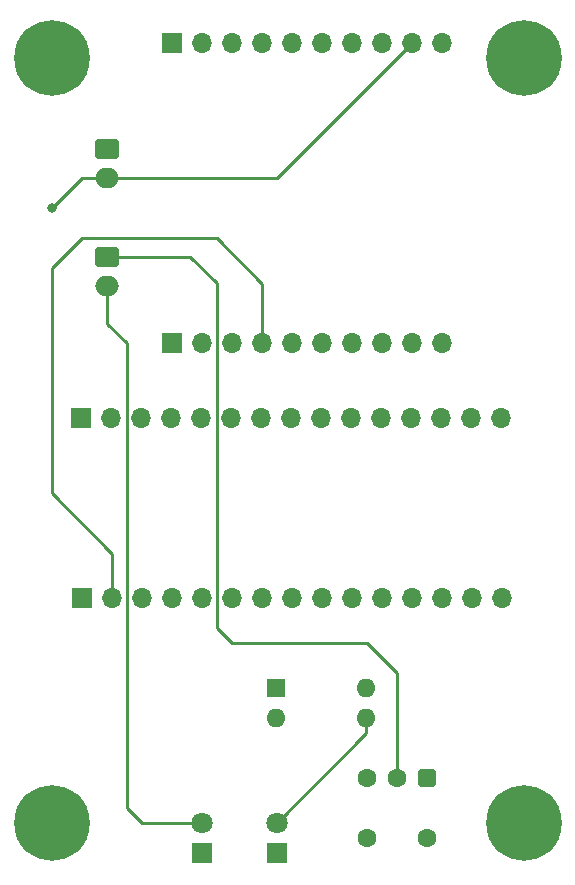
<source format=gbr>
%TF.GenerationSoftware,KiCad,Pcbnew,(6.0.8)*%
%TF.CreationDate,2022-10-07T14:53:03+09:00*%
%TF.ProjectId,Receiver,52656365-6976-4657-922e-6b696361645f,rev?*%
%TF.SameCoordinates,Original*%
%TF.FileFunction,Copper,L2,Bot*%
%TF.FilePolarity,Positive*%
%FSLAX46Y46*%
G04 Gerber Fmt 4.6, Leading zero omitted, Abs format (unit mm)*
G04 Created by KiCad (PCBNEW (6.0.8)) date 2022-10-07 14:53:03*
%MOMM*%
%LPD*%
G01*
G04 APERTURE LIST*
G04 Aperture macros list*
%AMRoundRect*
0 Rectangle with rounded corners*
0 $1 Rounding radius*
0 $2 $3 $4 $5 $6 $7 $8 $9 X,Y pos of 4 corners*
0 Add a 4 corners polygon primitive as box body*
4,1,4,$2,$3,$4,$5,$6,$7,$8,$9,$2,$3,0*
0 Add four circle primitives for the rounded corners*
1,1,$1+$1,$2,$3*
1,1,$1+$1,$4,$5*
1,1,$1+$1,$6,$7*
1,1,$1+$1,$8,$9*
0 Add four rect primitives between the rounded corners*
20,1,$1+$1,$2,$3,$4,$5,0*
20,1,$1+$1,$4,$5,$6,$7,0*
20,1,$1+$1,$6,$7,$8,$9,0*
20,1,$1+$1,$8,$9,$2,$3,0*%
G04 Aperture macros list end*
%TA.AperFunction,ComponentPad*%
%ADD10C,0.800000*%
%TD*%
%TA.AperFunction,ComponentPad*%
%ADD11C,6.400000*%
%TD*%
%TA.AperFunction,ComponentPad*%
%ADD12R,1.700000X1.700000*%
%TD*%
%TA.AperFunction,ComponentPad*%
%ADD13O,1.700000X1.700000*%
%TD*%
%TA.AperFunction,ComponentPad*%
%ADD14RoundRect,0.250000X-0.750000X0.600000X-0.750000X-0.600000X0.750000X-0.600000X0.750000X0.600000X0*%
%TD*%
%TA.AperFunction,ComponentPad*%
%ADD15O,2.000000X1.700000*%
%TD*%
%TA.AperFunction,ComponentPad*%
%ADD16R,1.800000X1.800000*%
%TD*%
%TA.AperFunction,ComponentPad*%
%ADD17C,1.800000*%
%TD*%
%TA.AperFunction,ComponentPad*%
%ADD18R,1.600000X1.600000*%
%TD*%
%TA.AperFunction,ComponentPad*%
%ADD19O,1.600000X1.600000*%
%TD*%
%TA.AperFunction,ComponentPad*%
%ADD20C,1.600000*%
%TD*%
%TA.AperFunction,ComponentPad*%
%ADD21RoundRect,0.400000X0.400000X-0.400000X0.400000X0.400000X-0.400000X0.400000X-0.400000X-0.400000X0*%
%TD*%
%TA.AperFunction,ViaPad*%
%ADD22C,0.800000*%
%TD*%
%TA.AperFunction,Conductor*%
%ADD23C,0.250000*%
%TD*%
G04 APERTURE END LIST*
D10*
%TO.P,H1,1*%
%TO.N,N/C*%
X86787056Y-85517056D03*
X85090000Y-86220000D03*
X83392944Y-82122944D03*
X86787056Y-82122944D03*
X85090000Y-81420000D03*
D11*
X85090000Y-83820000D03*
D10*
X82690000Y-83820000D03*
X87490000Y-83820000D03*
X83392944Y-85517056D03*
%TD*%
%TO.P,H3,1*%
%TO.N,N/C*%
X125095000Y-146190000D03*
X126792056Y-146892944D03*
X123397944Y-150287056D03*
X125095000Y-150990000D03*
X123397944Y-146892944D03*
D11*
X125095000Y-148590000D03*
D10*
X122695000Y-148590000D03*
X126792056Y-150287056D03*
X127495000Y-148590000D03*
%TD*%
%TO.P,H4,1*%
%TO.N,N/C*%
X125095000Y-81420000D03*
X123397944Y-85517056D03*
X126792056Y-82122944D03*
D11*
X125095000Y-83820000D03*
D10*
X126792056Y-85517056D03*
X125095000Y-86220000D03*
X122695000Y-83820000D03*
X127495000Y-83820000D03*
X123397944Y-82122944D03*
%TD*%
D11*
%TO.P,H2,1*%
%TO.N,N/C*%
X85090000Y-148590000D03*
D10*
X86787056Y-146892944D03*
X83392944Y-146892944D03*
X83392944Y-150287056D03*
X85090000Y-146190000D03*
X86787056Y-150287056D03*
X87490000Y-148590000D03*
X85090000Y-150990000D03*
X82690000Y-148590000D03*
%TD*%
D12*
%TO.P,J4,1*%
%TO.N,Net-(J4-Pad1)*%
X95280000Y-82525000D03*
D13*
%TO.P,J4,2*%
%TO.N,Net-(J4-Pad2)*%
X97820000Y-82525000D03*
%TO.P,J4,3*%
%TO.N,TX*%
X100360000Y-82525000D03*
%TO.P,J4,4*%
%TO.N,Net-(J4-Pad4)*%
X102900000Y-82525000D03*
%TO.P,J4,5*%
%TO.N,Net-(J4-Pad5)*%
X105440000Y-82525000D03*
%TO.P,J4,6*%
%TO.N,Net-(J4-Pad6)*%
X107980000Y-82525000D03*
%TO.P,J4,7*%
%TO.N,Net-(J4-Pad7)*%
X110520000Y-82525000D03*
%TO.P,J4,8*%
%TO.N,Net-(J4-Pad8)*%
X113060000Y-82525000D03*
%TO.P,J4,9*%
%TO.N,GND*%
X115600000Y-82525000D03*
%TO.P,J4,10*%
%TO.N,Net-(J4-Pad10)*%
X118140000Y-82525000D03*
%TD*%
D12*
%TO.P,J1,1*%
%TO.N,TX*%
X87660000Y-129515000D03*
D13*
%TO.P,J1,2*%
%TO.N,RX*%
X90200000Y-129515000D03*
%TO.P,J1,3*%
%TO.N,Net-(J1-Pad3)*%
X92740000Y-129515000D03*
%TO.P,J1,4*%
%TO.N,Net-(J1-Pad4)*%
X95280000Y-129515000D03*
%TO.P,J1,5*%
%TO.N,Net-(J1-Pad5)*%
X97820000Y-129515000D03*
%TO.P,J1,6*%
%TO.N,Net-(J1-Pad6)*%
X100360000Y-129515000D03*
%TO.P,J1,7*%
%TO.N,Net-(J1-Pad7)*%
X102900000Y-129515000D03*
%TO.P,J1,8*%
%TO.N,Net-(J1-Pad8)*%
X105440000Y-129515000D03*
%TO.P,J1,9*%
%TO.N,Net-(J1-Pad9)*%
X107980000Y-129515000D03*
%TO.P,J1,10*%
%TO.N,Net-(J1-Pad10)*%
X110520000Y-129515000D03*
%TO.P,J1,11*%
%TO.N,Net-(J1-Pad11)*%
X113060000Y-129515000D03*
%TO.P,J1,12*%
%TO.N,Net-(J1-Pad12)*%
X115600000Y-129515000D03*
%TO.P,J1,13*%
%TO.N,Net-(J1-Pad13)*%
X118140000Y-129515000D03*
%TO.P,J1,14*%
%TO.N,Net-(J1-Pad14)*%
X120680000Y-129515000D03*
%TO.P,J1,15*%
%TO.N,Net-(J1-Pad15)*%
X123220000Y-129515000D03*
%TD*%
D14*
%TO.P,J5,1*%
%TO.N,+5V*%
X89810000Y-91460000D03*
D15*
%TO.P,J5,2*%
%TO.N,GND*%
X89810000Y-93960000D03*
%TD*%
D16*
%TO.P,D2,1*%
%TO.N,Net-(D2-Pad1)*%
X97790000Y-151130000D03*
D17*
%TO.P,D2,2*%
%TO.N,Net-(D2-Pad2)*%
X97790000Y-148590000D03*
%TD*%
D12*
%TO.P,J2,1*%
%TO.N,Net-(J2-Pad1)*%
X87615000Y-114275000D03*
D13*
%TO.P,J2,2*%
%TO.N,GND*%
X90155000Y-114275000D03*
%TO.P,J2,3*%
%TO.N,Net-(J2-Pad3)*%
X92695000Y-114275000D03*
%TO.P,J2,4*%
%TO.N,+5V*%
X95235000Y-114275000D03*
%TO.P,J2,5*%
%TO.N,Net-(J2-Pad5)*%
X97775000Y-114275000D03*
%TO.P,J2,6*%
%TO.N,Out*%
X100315000Y-114275000D03*
%TO.P,J2,7*%
%TO.N,Net-(J2-Pad7)*%
X102855000Y-114275000D03*
%TO.P,J2,8*%
%TO.N,Net-(J2-Pad8)*%
X105395000Y-114275000D03*
%TO.P,J2,9*%
%TO.N,Net-(J2-Pad9)*%
X107935000Y-114275000D03*
%TO.P,J2,10*%
%TO.N,Net-(J2-Pad10)*%
X110475000Y-114275000D03*
%TO.P,J2,11*%
%TO.N,Net-(J2-Pad11)*%
X113015000Y-114275000D03*
%TO.P,J2,12*%
%TO.N,Net-(J2-Pad12)*%
X115555000Y-114275000D03*
%TO.P,J2,13*%
%TO.N,Net-(J2-Pad13)*%
X118095000Y-114275000D03*
%TO.P,J2,14*%
%TO.N,+3V3*%
X120635000Y-114275000D03*
%TO.P,J2,15*%
%TO.N,Net-(J2-Pad15)*%
X123175000Y-114275000D03*
%TD*%
D18*
%TO.P,U1,1*%
%TO.N,Out*%
X104135000Y-137155000D03*
D19*
%TO.P,U1,2*%
%TO.N,GND*%
X104135000Y-139695000D03*
%TO.P,U1,3*%
%TO.N,Net-(D1-Pad2)*%
X111755000Y-139695000D03*
%TO.P,U1,4*%
%TO.N,Net-(D2-Pad2)*%
X111755000Y-137155000D03*
%TD*%
D14*
%TO.P,J6,1*%
%TO.N,Net-(J6-Pad1)*%
X89810000Y-100620000D03*
D15*
%TO.P,J6,2*%
%TO.N,Net-(D2-Pad2)*%
X89810000Y-103120000D03*
%TD*%
D12*
%TO.P,J3,1*%
%TO.N,Net-(J3-Pad1)*%
X95280000Y-107925000D03*
D13*
%TO.P,J3,2*%
%TO.N,Net-(J3-Pad2)*%
X97820000Y-107925000D03*
%TO.P,J3,3*%
%TO.N,Net-(J3-Pad3)*%
X100360000Y-107925000D03*
%TO.P,J3,4*%
%TO.N,RX*%
X102900000Y-107925000D03*
%TO.P,J3,5*%
%TO.N,Net-(J3-Pad5)*%
X105440000Y-107925000D03*
%TO.P,J3,6*%
%TO.N,Net-(J3-Pad6)*%
X107980000Y-107925000D03*
%TO.P,J3,7*%
%TO.N,Net-(J3-Pad7)*%
X110520000Y-107925000D03*
%TO.P,J3,8*%
%TO.N,Net-(J3-Pad8)*%
X113060000Y-107925000D03*
%TO.P,J3,9*%
%TO.N,+3V3*%
X115600000Y-107925000D03*
%TO.P,J3,10*%
%TO.N,Net-(J3-Pad10)*%
X118140000Y-107925000D03*
%TD*%
D16*
%TO.P,D1,1*%
%TO.N,Net-(D1-Pad1)*%
X104140000Y-151130000D03*
D17*
%TO.P,D1,2*%
%TO.N,Net-(D1-Pad2)*%
X104140000Y-148590000D03*
%TD*%
D20*
%TO.P,SW1,*%
%TO.N,*%
X116840000Y-149850000D03*
X111760000Y-149850000D03*
D21*
%TO.P,SW1,1*%
%TO.N,Net-(D1-Pad1)*%
X116840000Y-144770000D03*
D20*
%TO.P,SW1,2*%
%TO.N,Net-(J6-Pad1)*%
X114300000Y-144770000D03*
%TO.P,SW1,3*%
%TO.N,Net-(D2-Pad1)*%
X111760000Y-144770000D03*
%TD*%
D22*
%TO.N,GND*%
X85090000Y-96520000D03*
%TD*%
D23*
%TO.N,GND*%
X89810000Y-93960000D02*
X104165000Y-93960000D01*
X104165000Y-93960000D02*
X115600000Y-82525000D01*
%TO.N,Net-(D1-Pad2)*%
X111755000Y-139695000D02*
X111755000Y-140975000D01*
X111755000Y-140975000D02*
X104140000Y-148590000D01*
%TO.N,GND*%
X85090000Y-96520000D02*
X87650000Y-93960000D01*
X87650000Y-93960000D02*
X89810000Y-93960000D01*
%TO.N,Net-(D2-Pad2)*%
X91440000Y-147320000D02*
X92710000Y-148590000D01*
X91440000Y-107950000D02*
X91440000Y-147320000D01*
X89810000Y-106320000D02*
X91440000Y-107950000D01*
X89810000Y-103120000D02*
X89810000Y-106320000D01*
X92710000Y-148590000D02*
X97790000Y-148590000D01*
%TO.N,Net-(J6-Pad1)*%
X96810000Y-100620000D02*
X99060000Y-102870000D01*
X100330000Y-133350000D02*
X111760000Y-133350000D01*
X111760000Y-133350000D02*
X114300000Y-135890000D01*
X89810000Y-100620000D02*
X96810000Y-100620000D01*
X114300000Y-135890000D02*
X114300000Y-144770000D01*
X99060000Y-102870000D02*
X99060000Y-132080000D01*
X99060000Y-132080000D02*
X100330000Y-133350000D01*
%TO.N,RX*%
X99060000Y-99060000D02*
X87630000Y-99060000D01*
X102900000Y-107925000D02*
X102900000Y-102900000D01*
X87630000Y-99060000D02*
X85090000Y-101600000D01*
X85090000Y-120650000D02*
X90200000Y-125760000D01*
X85090000Y-101600000D02*
X85090000Y-120650000D01*
X90200000Y-125760000D02*
X90200000Y-129515000D01*
X102900000Y-102900000D02*
X99060000Y-99060000D01*
%TD*%
M02*

</source>
